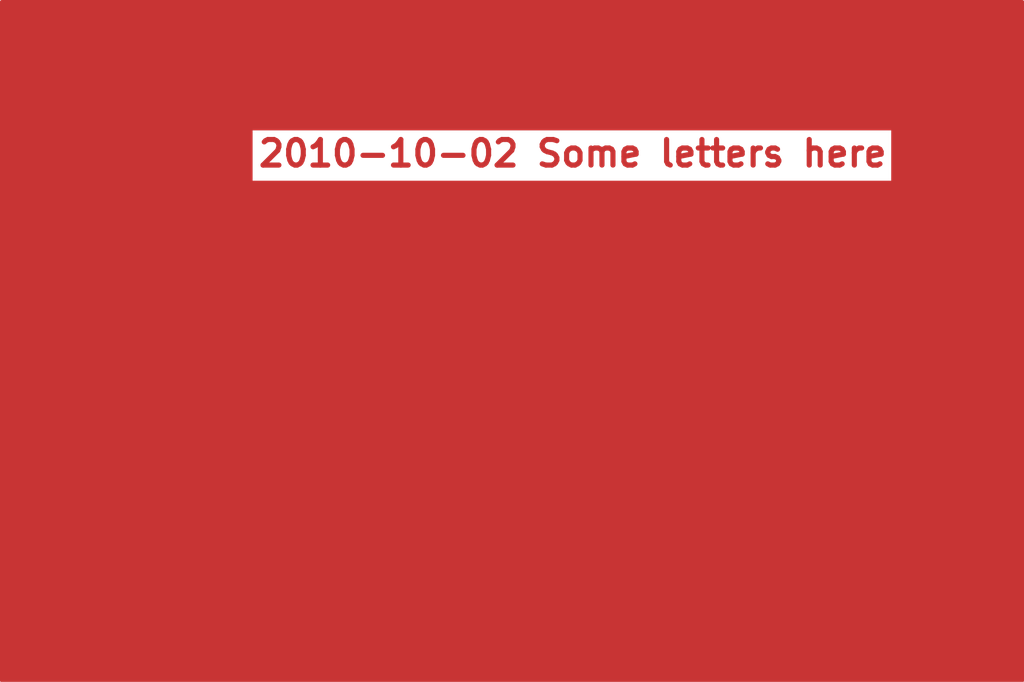
<source format=kicad_pcb>
(kicad_pcb (version 20171130) (host pcbnew 5.1.9+dfsg1-1~bpo10+1)

  (general
    (thickness 1.6)
    (drawings 1)
    (tracks 0)
    (zones 0)
    (modules 0)
    (nets 1)
  )

  (page A4)
  (layers
    (0 F.Cu signal)
    (31 B.Cu signal)
    (32 B.Adhes user)
    (33 F.Adhes user)
    (34 B.Paste user)
    (35 F.Paste user)
    (36 B.SilkS user)
    (37 F.SilkS user)
    (38 B.Mask user)
    (39 F.Mask user)
    (40 Dwgs.User user)
    (41 Cmts.User user)
    (42 Eco1.User user)
    (43 Eco2.User user)
    (44 Edge.Cuts user)
    (45 Margin user)
    (46 B.CrtYd user)
    (47 F.CrtYd user)
    (48 B.Fab user)
    (49 F.Fab user)
  )

  (setup
    (last_trace_width 0.25)
    (trace_clearance 0.2)
    (zone_clearance 0.2)
    (zone_45_only no)
    (trace_min 0.2)
    (via_size 0.8)
    (via_drill 0.4)
    (via_min_size 0.4)
    (via_min_drill 0.3)
    (uvia_size 0.3)
    (uvia_drill 0.1)
    (uvias_allowed no)
    (uvia_min_size 0.2)
    (uvia_min_drill 0.1)
    (edge_width 0.05)
    (segment_width 0.2)
    (pcb_text_width 0.3)
    (pcb_text_size 1.5 1.5)
    (mod_edge_width 0.12)
    (mod_text_size 1 1)
    (mod_text_width 0.15)
    (pad_size 1.524 1.524)
    (pad_drill 0.762)
    (pad_to_mask_clearance 0)
    (aux_axis_origin 0 0)
    (visible_elements FFFFFF7F)
    (pcbplotparams
      (layerselection 0x010fc_ffffffff)
      (usegerberextensions false)
      (usegerberattributes true)
      (usegerberadvancedattributes true)
      (creategerberjobfile true)
      (excludeedgelayer true)
      (linewidth 0.200000)
      (plotframeref false)
      (viasonmask false)
      (mode 1)
      (useauxorigin false)
      (hpglpennumber 1)
      (hpglpenspeed 20)
      (hpglpendiameter 15.000000)
      (psnegative false)
      (psa4output false)
      (plotreference true)
      (plotvalue true)
      (plotinvisibletext false)
      (padsonsilk false)
      (subtractmaskfromsilk false)
      (outputformat 1)
      (mirror false)
      (drillshape 1)
      (scaleselection 1)
      (outputdirectory ""))
  )

  (net 0 "")

  (net_class Default "This is the default net class."
    (clearance 0.2)
    (trace_width 0.25)
    (via_dia 0.8)
    (via_drill 0.4)
    (uvia_dia 0.3)
    (uvia_drill 0.1)
  )

  (gr_text "2010-10-02 Some letters here" (at 65 39) (layer F.Cu)
    (effects (font (size 1.5 1.5) (thickness 0.3)) (justify left))
  )

  (zone (net 0) (net_name "") (layer F.Cu) (tstamp 0) (hatch edge 0.508)
    (connect_pads (clearance 0.2))
    (min_thickness 0.2)
    (fill yes (arc_segments 32) (thermal_gap 0.5) (thermal_bridge_width 0.5))
    (polygon
      (pts
        (xy 110 70) (xy 50 70) (xy 50 30) (xy 110 30)
      )
    )
    (filled_polygon
      (pts
        (xy 109.9 69.9) (xy 50.1 69.9) (xy 50.1 37.545) (xy 64.7 37.545) (xy 64.7 40.695)
        (xy 102.314286 40.695) (xy 102.314286 37.545) (xy 64.7 37.545) (xy 50.1 37.545) (xy 50.1 30.1)
        (xy 109.9 30.1)
      )
    )
  )
)

</source>
